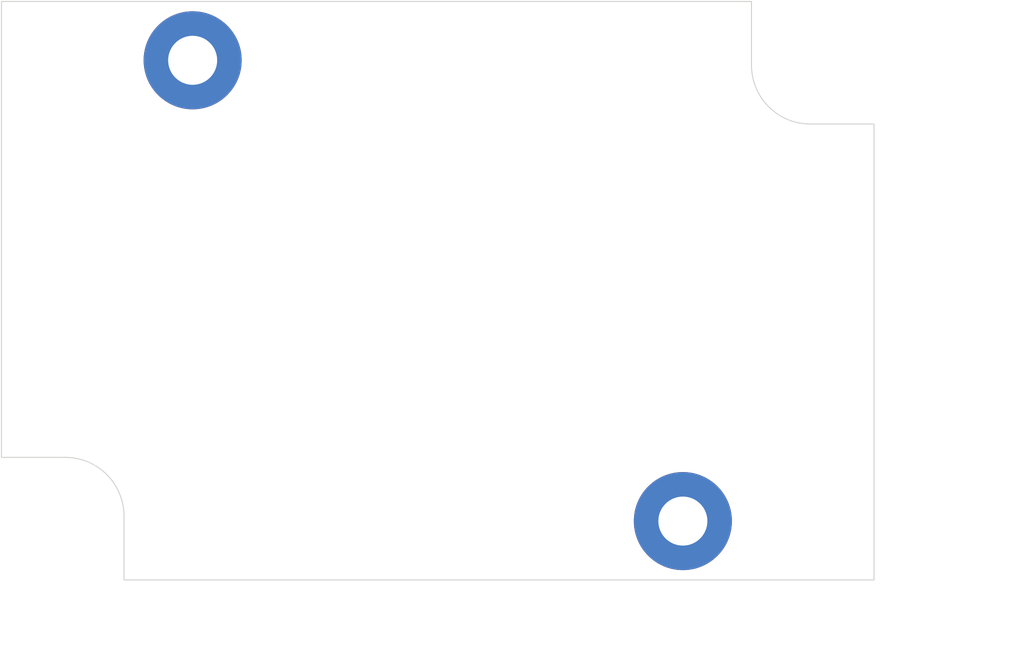
<source format=kicad_pcb>
(kicad_pcb (version 20171130) (host pcbnew "(5.1.4)-1")

  (general
    (thickness 1.6)
    (drawings 12)
    (tracks 0)
    (zones 0)
    (modules 2)
    (nets 1)
  )

  (page A4)
  (layers
    (0 F.Cu signal)
    (31 B.Cu signal)
    (32 B.Adhes user)
    (33 F.Adhes user)
    (34 B.Paste user)
    (35 F.Paste user)
    (36 B.SilkS user)
    (37 F.SilkS user)
    (38 B.Mask user)
    (39 F.Mask user)
    (40 Dwgs.User user)
    (41 Cmts.User user)
    (42 Eco1.User user)
    (43 Eco2.User user)
    (44 Edge.Cuts user)
    (45 Margin user)
    (46 B.CrtYd user)
    (47 F.CrtYd user)
    (48 B.Fab user)
    (49 F.Fab user)
  )

  (setup
    (last_trace_width 0.25)
    (trace_clearance 0.2)
    (zone_clearance 0.508)
    (zone_45_only no)
    (trace_min 0.2)
    (via_size 0.8)
    (via_drill 0.4)
    (via_min_size 0.4)
    (via_min_drill 0.3)
    (uvia_size 0.3)
    (uvia_drill 0.1)
    (uvias_allowed no)
    (uvia_min_size 0.2)
    (uvia_min_drill 0.1)
    (edge_width 0.05)
    (segment_width 0.2)
    (pcb_text_width 0.3)
    (pcb_text_size 1.5 1.5)
    (mod_edge_width 0.12)
    (mod_text_size 1 1)
    (mod_text_width 0.15)
    (pad_size 5 5)
    (pad_drill 2.5)
    (pad_to_mask_clearance 0.051)
    (solder_mask_min_width 0.25)
    (aux_axis_origin 15 44.5)
    (visible_elements 7FFFFFFF)
    (pcbplotparams
      (layerselection 0x010fc_ffffffff)
      (usegerberextensions false)
      (usegerberattributes false)
      (usegerberadvancedattributes false)
      (creategerberjobfile false)
      (excludeedgelayer true)
      (linewidth 0.100000)
      (plotframeref false)
      (viasonmask false)
      (mode 1)
      (useauxorigin false)
      (hpglpennumber 1)
      (hpglpenspeed 20)
      (hpglpendiameter 15.000000)
      (psnegative false)
      (psa4output false)
      (plotreference true)
      (plotvalue true)
      (plotinvisibletext false)
      (padsonsilk false)
      (subtractmaskfromsilk false)
      (outputformat 1)
      (mirror false)
      (drillshape 1)
      (scaleselection 1)
      (outputdirectory ""))
  )

  (net 0 "")

  (net_class Default "This is the default net class."
    (clearance 0.2)
    (trace_width 0.25)
    (via_dia 0.8)
    (via_drill 0.4)
    (uvia_dia 0.3)
    (uvia_drill 0.1)
  )

  (module MountingHole:MountingHole_2.5mm_Pad (layer F.Cu) (tedit 5D74284C) (tstamp 5D72D0B8)
    (at 49.75 41.5)
    (descr "Mounting Hole 2.5mm")
    (tags "mounting hole 2.5mm")
    (attr virtual)
    (fp_text reference ~ (at 0 -3.5) (layer F.SilkS) hide
      (effects (font (size 1 1) (thickness 0.15)))
    )
    (fp_text value ~ (at 0 3.5) (layer F.Fab) hide
      (effects (font (size 1 1) (thickness 0.15)))
    )
    (fp_text user %R (at 0.3 0) (layer F.Fab)
      (effects (font (size 1 1) (thickness 0.15)))
    )
    (fp_circle (center 0 0) (end 2.5 0) (layer Cmts.User) (width 0.15))
    (fp_circle (center 0 0) (end 2.75 0) (layer F.CrtYd) (width 0.05))
    (pad ~ thru_hole circle (at 0 0) (size 5 5) (drill 2.5) (layers *.Cu *.Mask))
  )

  (module MountingHole:MountingHole_2.5mm_Pad (layer F.Cu) (tedit 5D742846) (tstamp 5D72D056)
    (at 24.75 18)
    (descr "Mounting Hole 2.5mm")
    (tags "mounting hole 2.5mm")
    (attr virtual)
    (fp_text reference ~ (at 0 -3.5) (layer F.SilkS) hide
      (effects (font (size 1 1) (thickness 0.15)))
    )
    (fp_text value ~ (at 0 3.5) (layer F.Fab) hide
      (effects (font (size 1 1) (thickness 0.15)))
    )
    (fp_circle (center 0 0) (end 2.75 0) (layer F.CrtYd) (width 0.05))
    (fp_circle (center 0 0) (end 2.5 0) (layer Cmts.User) (width 0.15))
    (fp_text user %R (at 0.3 0) (layer F.Fab)
      (effects (font (size 1 1) (thickness 0.15)))
    )
    (pad ~ thru_hole circle (at 0 0) (size 5 5) (drill 2.5) (layers *.Cu *.Mask))
  )

  (gr_line (start 18.25 38.25) (end 15 38.25) (layer Edge.Cuts) (width 0.05) (tstamp 5D72D10E))
  (gr_line (start 21.25 44.5) (end 21.25 41.25) (layer Edge.Cuts) (width 0.05) (tstamp 5D72D10D))
  (gr_line (start 56.25 21.25) (end 59.5 21.25) (layer Edge.Cuts) (width 0.05) (tstamp 5D72D10A))
  (gr_line (start 53.25 18.25) (end 53.25 15) (layer Edge.Cuts) (width 0.05) (tstamp 5D72D109))
  (gr_arc (start 56.25 18.25) (end 53.25 18.25) (angle -90) (layer Edge.Cuts) (width 0.05) (tstamp 5D72D102))
  (gr_arc (start 18.25 41.25) (end 21.25 41.25) (angle -90) (layer Edge.Cuts) (width 0.05))
  (dimension 44.5 (width 0.15) (layer Dwgs.User)
    (gr_text "44.500 mm" (at 37.25 49.8) (layer Dwgs.User)
      (effects (font (size 1 1) (thickness 0.15)))
    )
    (feature1 (pts (xy 15 44.5) (xy 15 49.086421)))
    (feature2 (pts (xy 59.5 44.5) (xy 59.5 49.086421)))
    (crossbar (pts (xy 59.5 48.5) (xy 15 48.5)))
    (arrow1a (pts (xy 15 48.5) (xy 16.126504 47.913579)))
    (arrow1b (pts (xy 15 48.5) (xy 16.126504 49.086421)))
    (arrow2a (pts (xy 59.5 48.5) (xy 58.373496 47.913579)))
    (arrow2b (pts (xy 59.5 48.5) (xy 58.373496 49.086421)))
  )
  (dimension 29.5 (width 0.15) (layer Dwgs.User)
    (gr_text "29.500 mm" (at 65.8 29.75 270) (layer Dwgs.User)
      (effects (font (size 1 1) (thickness 0.15)))
    )
    (feature1 (pts (xy 59.5 44.5) (xy 65.086421 44.5)))
    (feature2 (pts (xy 59.5 15) (xy 65.086421 15)))
    (crossbar (pts (xy 64.5 15) (xy 64.5 44.5)))
    (arrow1a (pts (xy 64.5 44.5) (xy 63.913579 43.373496)))
    (arrow1b (pts (xy 64.5 44.5) (xy 65.086421 43.373496)))
    (arrow2a (pts (xy 64.5 15) (xy 63.913579 16.126504)))
    (arrow2b (pts (xy 64.5 15) (xy 65.086421 16.126504)))
  )
  (gr_line (start 21.25 44.5) (end 59.5 44.5) (layer Edge.Cuts) (width 0.05) (tstamp 5D727BA8))
  (gr_line (start 59.5 21.25) (end 59.5 44.5) (layer Edge.Cuts) (width 0.05) (tstamp 5D727BA1))
  (gr_line (start 15 15) (end 15 38.25) (layer Edge.Cuts) (width 0.05))
  (gr_line (start 15 15) (end 53.25 15) (layer Edge.Cuts) (width 0.05))

)

</source>
